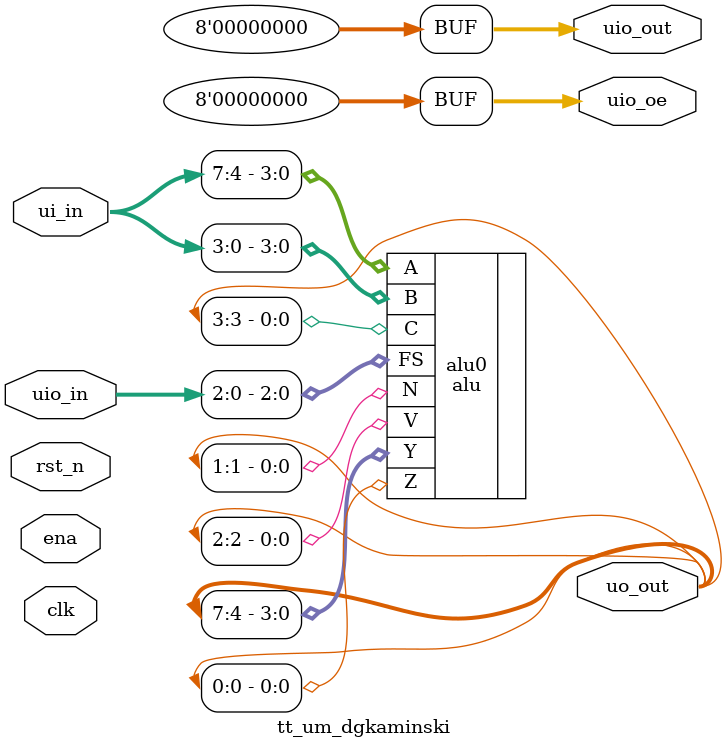
<source format=v>
/*
 * Copyright (c) 2024 Daniel Kaminski
 * Code referenced from course ECE2300 taught at Cornell University by Professor Zhiru Zhang
 * SPDX-License-Identifier: Apache-2.0
 */

`define default_netname none

module tt_um_dgkaminski (
    input  wire [7:0] ui_in,    // Dedicated inputs
    output wire [7:0] uo_out,   // Dedicated outputs
    input  wire [7:0] uio_in,   // IOs: Input path
    output wire [7:0] uio_out,  // IOs: Output path
    output wire [7:0] uio_oe,   // IOs: Enable path (active high: 0=input, 1=output) //so for each bit, input if uio_oe[n] is 0, output if 1
    input  wire       ena,      // will go high when the design is enabled
    input  wire       clk,      // clock
    input  wire       rst_n     // reset_n - low to reset
);


/*assignments by pin:

	A: First 4-bit input to ALU
	B: Second 4-bit input to ALU
	FS: Op-codes for ALU, following table in GitHub page
	Y: 4-bit ALU output
	C: Carry out
	V: Overflow (active high)
	N: Negative check (active high)
	Z: Zero output check (active high)
	
	ui_in[7:4] -> A[3:0]
	ui_in[3:0] -> B[3:0]
	uio_oe[2:0] -> 1'b0, enables uio_in[7:4] to be input, will set all to 1 here for ease
	uio_in[2:0] -> FS[2:0]
	uo_out[7:4] -> Y[3:0]
	uo_out[3] -> C
	uo_out[2] -> V
	uo_out[1] -> N
	uo_out[0] -> Z

*/

  alu alu0(
  .A(ui_in[7:4]), 
  .B(ui_in[3:0]), 
  .FS(uio_in[2:0]),
  .Y(uo_out[7:4]),
  .C(uo_out[3]),
  .V(uo_out[2]),
  .N(uo_out[1]),
  .Z(uo_out[0])
  );
  
  assign uio_oe[7:0] = 8'd0; //sets the IO to inputs
  assign uio_out = 0;
 

endmodule

</source>
